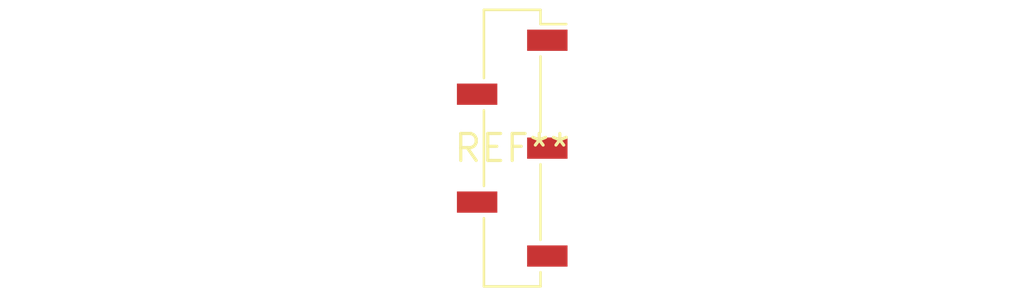
<source format=kicad_pcb>
(kicad_pcb (version 20240108) (generator pcbnew)
  (layers (0 "F.Cu" signal) (31 "B.Cu" signal) (34 "B.Paste" user) (35 "F.Paste" user) (36 "B.SilkS" user "B.Silkscreen") (37 "F.SilkS" user "F.Silkscreen") (38 "B.Mask" user) (39 "F.Mask" user) (44 "Edge.Cuts" user))
  (net 0 "")
  (footprint "PinSocket_1x05_P2.54mm_Vertical_SMD_Pin1Right" (layer "F.Cu") (at 0 0)
    (property "Reference" "REF**")
    (property "Value" "PinSocket_1x05_P2.54mm_Vertical_SMD_Pin1Right")
    (fp_line (start -1.33 -6.51) (end -1.33 -3.3) (layer "F.SilkS") (stroke (width 0.12)))
    (fp_line (start -1.33 -6.51) (end 1.33 -6.51) (layer "F.SilkS") (stroke (width 0.12)))
    (fp_line (start -1.33 -1.78) (end -1.33 1.78) (layer "F.SilkS") (stroke (width 0.12)))
    (fp_line (start -1.33 3.3) (end -1.33 6.51) (layer "F.SilkS") (stroke (width 0.12)))
    (fp_line (start -1.33 6.51) (end 1.33 6.51) (layer "F.SilkS") (stroke (width 0.12)))
    (fp_line (start 1.33 -6.51) (end 1.33 -5.84) (layer "F.SilkS") (stroke (width 0.12)))
    (fp_line (start 1.33 -5.84) (end 2.54 -5.84) (layer "F.SilkS") (stroke (width 0.12)))
    (fp_line (start 1.33 -4.32) (end 1.33 -0.76) (layer "F.SilkS") (stroke (width 0.12)))
    (fp_line (start 1.33 0.76) (end 1.33 4.32) (layer "F.SilkS") (stroke (width 0.12)))
    (fp_line (start 1.33 5.84) (end 1.33 6.51) (layer "F.SilkS") (stroke (width 0.12)))
    (pad "1" smd rect (at 1.65 -5.08) (size 1.9 1) (layers "F.Cu" "F.Paste" "F.Mask"))
    (pad "2" smd rect (at -1.65 -2.54) (size 1.9 1) (layers "F.Cu" "F.Paste" "F.Mask"))
    (pad "3" smd rect (at 1.65 0) (size 1.9 1) (layers "F.Cu" "F.Paste" "F.Mask"))
    (pad "4" smd rect (at -1.65 2.54) (size 1.9 1) (layers "F.Cu" "F.Paste" "F.Mask"))
    (pad "5" smd rect (at 1.65 5.08) (size 1.9 1) (layers "F.Cu" "F.Paste" "F.Mask"))
  )
)
</source>
